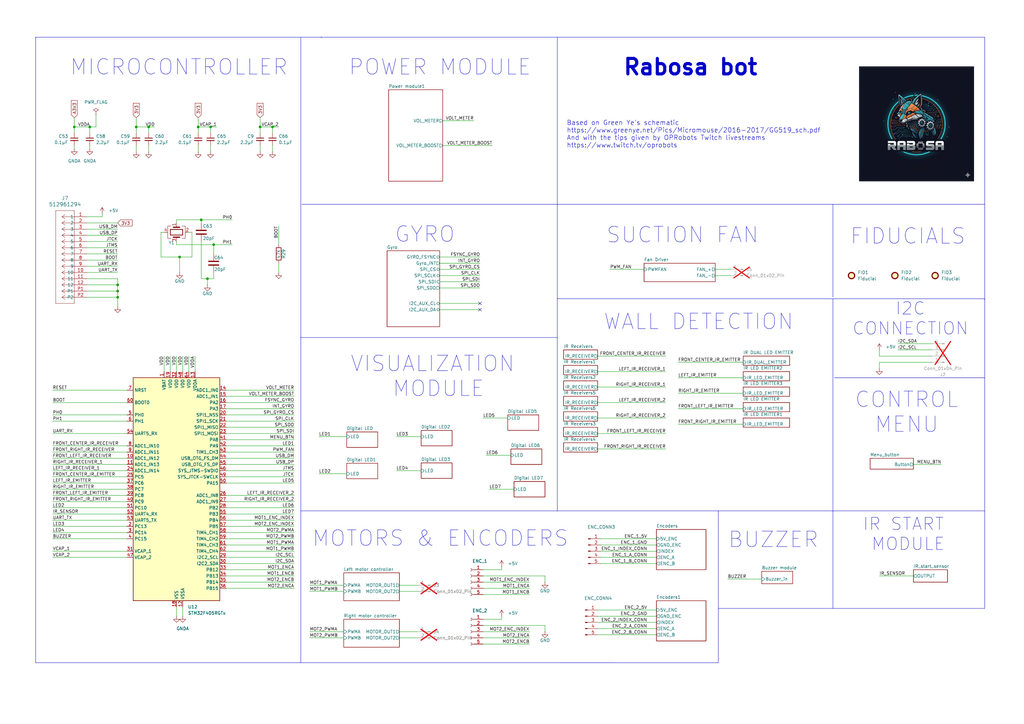
<source format=kicad_sch>
(kicad_sch (version 20250114) (generator "eeschema") (generator_version "9.0")
  (paper "A3")
  (title_block (title "Rabosa Micromouse") (date "2025-11-14") (rev "1.0") (company "XorvaLabs ") (comment 1 "Schematic design based on Green Ye's Green Giant 5.19V micromouse") (comment 2 "And in OPRobots streams"))
  (text "Rabosa bot" (at 283.21 27.686 0) (effects (font (size 6.35 6.35) (thickness 1.27) (bold yes))))
  (text "MICROCONTROLLER" (at 73.406 27.686 0) (effects (font (size 6.35 6.35))))
  (text "GYRO" (at 174.244 96.266 0) (effects (font (size 6.35 6.35))))
  (text "IR START \nMODULE" (at 372.491 219.202 0) (effects (font (size 5.08 5.08))))
  (text "CONTROL\nMENU" (at 371.856 169.164 0) (effects (font (size 6.35 6.35))))
  (text "FIDUCIALS" (at 372.364 97.028 0) (effects (font (size 6.35 6.35))))
  (text "MOTORS & ENCODERS" (at 180.594 220.98 0) (effects (font (size 6.35 6.35))))
  (text "WALL DETECTION" (at 286.512 132.08 0) (effects (font (size 6.35 6.35))))
  (text "BUZZER" (at 317.246 221.488 0) (effects (font (size 6.35 6.35))))
  (text "SUCTION FAN" (at 279.908 96.52 0) (effects (font (size 6.35 6.35))))
  (text "POWER MODULE" (at 180.467 27.686 0) (effects (font (size 6.35 6.35))))
  (text "Based on Green Ye's schematic \nhttps://www.greenye.net/Pics/Micromouse/2016-2017/GG519_sch.pdf\nAnd with the tips given by OPRobots Twitch livestreams\nhttps://www.twitch.tv/oprobots" (at 232.41 55.118 0) (effects (font (size 1.905 1.905)) (justify left)))
  (text "I2C\nCONNECTION" (at 373.38 130.81 0) (effects (font (size 5.08 5.08))))
  (text "VISUALIZATION \nMODULE" (at 179.832 154.432 0) (effects (font (size 6.35 6.35))))
  (junction (at 106.68 52.07))
  (junction (at 55.88 52.07))
  (junction (at 36.83 52.07))
  (junction (at 86.36 52.07))
  (junction (at 60.96 52.07))
  (junction (at 111.76 52.07))
  (junction (at 85.09 114.3))
  (junction (at 48.26 119.38))
  (junction (at 81.28 52.07))
  (junction (at 82.55 90.17))
  (junction (at 48.26 121.92))
  (junction (at 48.26 116.84))
  (junction (at 73.66 105.41))
  (junction (at 87.63 100.33))
  (junction (at 30.48 52.07))
  (no_connect (at 196.85 124.46))
  (no_connect (at 196.85 127))
  (wire (pts (xy 114.3 107.95) (xy 114.3 111.76)))
  (wire (pts (xy 55.88 52.07) (xy 60.96 52.07)))
  (polyline (pts (xy 123.4008 271.78) (xy 123.4008 15.403)))
  (wire (pts (xy 278.13 173.99) (xy 304.8 173.99)))
  (polyline (pts (xy 227.33 83.82) (xy 341.63 83.82)))
  (wire (pts (xy 92.71 226.06) (xy 120.65 226.06)))
  (wire (pts (xy 245.11 146.05) (xy 273.05 146.05)))
  (wire (pts (xy 205.74 232.41) (xy 205.74 233.68)))
  (wire (pts (xy 55.88 48.26) (xy 55.88 52.07)))
  (polyline (pts (xy 403.86 209.55) (xy 403.86 209.55)))
  (wire (pts (xy 21.59 185.42) (xy 52.07 185.42)))
  (wire (pts (xy 198.12 238.76) (xy 217.17 238.76)))
  (wire (pts (xy 86.36 52.07) (xy 88.9 52.07)))
  (wire (pts (xy 250.19 110.49) (xy 264.16 110.49)))
  (wire (pts (xy 35.56 109.22) (xy 48.26 109.22)))
  (wire (pts (xy 92.71 177.8) (xy 120.65 177.8)))
  (wire (pts (xy 21.59 160.02) (xy 52.07 160.02)))
  (wire (pts (xy 92.71 241.3) (xy 120.65 241.3)))
  (wire (pts (xy 200.66 200.66) (xy 210.82 200.66)))
  (wire (pts (xy 111.76 52.07) (xy 114.3 52.07)))
  (wire (pts (xy 85.09 114.3) (xy 87.63 114.3)))
  (wire (pts (xy 67.31 146.05) (xy 67.31 152.4)))
  (wire (pts (xy 60.96 52.07) (xy 63.5 52.07)))
  (wire (pts (xy 92.71 218.44) (xy 120.65 218.44)))
  (wire (pts (xy 92.71 213.36) (xy 120.65 213.36)))
  (wire (pts (xy 78.74 105.41) (xy 78.74 95.25)))
  (wire (pts (xy 246.38 223.52) (xy 269.24 223.52)))
  (polyline (pts (xy 14.605 15.24) (xy 14.605 15.403)))
  (polyline (pts (xy 403.86 85.09) (xy 403.86 123.19)))
  (wire (pts (xy 92.71 198.12) (xy 120.65 198.12)))
  (wire (pts (xy 162.56 193.04) (xy 172.72 193.04)))
  (wire (pts (xy 35.56 93.98) (xy 48.26 93.98)))
  (wire (pts (xy 72.39 100.33) (xy 87.63 100.33)))
  (wire (pts (xy 163.83 261.62) (xy 171.45 261.62)))
  (wire (pts (xy 92.71 205.74) (xy 120.65 205.74)))
  (wire (pts (xy 106.68 59.69) (xy 106.68 62.23)))
  (wire (pts (xy 87.63 114.3) (xy 87.63 111.76)))
  (wire (pts (xy 198.12 261.62) (xy 217.17 261.62)))
  (polyline (pts (xy 294.64 209.55) (xy 341.63 209.55)))
  (wire (pts (xy 278.13 161.29) (xy 304.8 161.29)))
  (wire (pts (xy 360.68 151.13) (xy 360.68 148.59)))
  (wire (pts (xy 92.71 231.14) (xy 120.65 231.14)))
  (wire (pts (xy 246.38 226.06) (xy 269.24 226.06)))
  (wire (pts (xy 181.61 59.69) (xy 201.93 59.69)))
  (polyline (pts (xy 403.86 249.555) (xy 294.64 249.555)))
  (wire (pts (xy 368.3 143.51) (xy 382.27 143.51)))
  (wire (pts (xy 278.13 148.59) (xy 304.8 148.59)))
  (polyline (pts (xy 14.605 15.875) (xy 14.605 271.8528)))
  (polyline (pts (xy 132.2892 15.24) (xy 132.2892 15.48)) (stroke (width 0) (type solid)))
  (wire (pts (xy 21.59 198.12) (xy 52.07 198.12)))
  (wire (pts (xy 92.71 228.6) (xy 120.65 228.6)))
  (wire (pts (xy 21.59 182.88) (xy 52.07 182.88)))
  (wire (pts (xy 35.56 104.14) (xy 48.26 104.14)))
  (wire (pts (xy 180.34 124.46) (xy 196.85 124.46)))
  (wire (pts (xy 21.59 190.5) (xy 52.07 190.5)))
  (polyline (pts (xy 341.63 121.92) (xy 341.63 83.82)))
  (wire (pts (xy 41.91 87.63) (xy 41.91 88.9)))
  (wire (pts (xy 163.83 259.08) (xy 171.45 259.08)))
  (polyline (pts (xy 403.86 15.24) (xy 403.86 85.09)))
  (wire (pts (xy 245.11 255.27) (xy 269.24 255.27)))
  (wire (pts (xy 86.36 52.07) (xy 86.36 54.61)))
  (wire (pts (xy 66.04 95.25) (xy 66.04 105.41)))
  (polyline (pts (xy 228.6 138.43) (xy 228.6 139.065)))
  (wire (pts (xy 81.28 52.07) (xy 81.28 54.61)))
  (wire (pts (xy 72.39 91.44) (xy 72.39 90.17)))
  (wire (pts (xy 86.36 59.69) (xy 86.36 62.23)))
  (wire (pts (xy 72.39 252.73) (xy 72.39 248.92)))
  (wire (pts (xy 92.71 193.04) (xy 120.65 193.04)))
  (wire (pts (xy 360.68 148.59) (xy 382.27 148.59)))
  (wire (pts (xy 21.59 172.72) (xy 52.07 172.72)))
  (wire (pts (xy 120.65 238.76) (xy 92.71 238.76)))
  (wire (pts (xy 245.11 184.15) (xy 273.05 184.15)))
  (wire (pts (xy 223.52 256.54) (xy 223.52 259.08)))
  (wire (pts (xy 78.74 95.25) (xy 77.47 95.25)))
  (wire (pts (xy 180.34 127) (xy 196.85 127)))
  (wire (pts (xy 92.71 185.42) (xy 120.65 185.42)))
  (wire (pts (xy 87.63 100.33) (xy 87.63 104.14)))
  (wire (pts (xy 55.88 59.69) (xy 55.88 62.23)))
  (wire (pts (xy 245.11 158.75) (xy 273.05 158.75)))
  (polyline (pts (xy 341.63 122.555) (xy 403.86 122.555)))
  (wire (pts (xy 35.56 121.92) (xy 48.26 121.92)))
  (wire (pts (xy 92.71 195.58) (xy 120.65 195.58)))
  (wire (pts (xy 72.39 146.05) (xy 72.39 152.4)))
  (wire (pts (xy 81.28 48.26) (xy 81.28 52.07)))
  (wire (pts (xy 245.11 260.35) (xy 269.24 260.35)))
  (wire (pts (xy 35.56 119.38) (xy 48.26 119.38)))
  (wire (pts (xy 180.34 115.57) (xy 196.85 115.57)))
  (wire (pts (xy 360.68 236.22) (xy 374.65 236.22)))
  (wire (pts (xy 92.71 190.5) (xy 120.65 190.5)))
  (wire (pts (xy 180.34 113.03) (xy 196.85 113.03)))
  (wire (pts (xy 106.68 48.26) (xy 106.68 52.07)))
  (wire (pts (xy 127 242.57) (xy 140.97 242.57)))
  (polyline (pts (xy 228.6 122.555) (xy 341.63 122.555)))
  (wire (pts (xy 298.45 237.49) (xy 312.42 237.49)))
  (wire (pts (xy 60.96 52.07) (xy 60.96 54.61)))
  (wire (pts (xy 21.59 203.2) (xy 52.07 203.2)))
  (wire (pts (xy 35.56 99.06) (xy 48.26 99.06)))
  (wire (pts (xy 80.01 152.4) (xy 80.01 146.05)))
  (wire (pts (xy 21.59 218.44) (xy 52.07 218.44)))
  (wire (pts (xy 21.59 208.28) (xy 52.07 208.28)))
  (wire (pts (xy 30.48 52.07) (xy 36.83 52.07)))
  (wire (pts (xy 198.12 233.68) (xy 205.74 233.68)))
  (wire (pts (xy 92.71 160.02) (xy 120.65 160.02)))
  (wire (pts (xy 245.11 177.8) (xy 273.05 177.8)))
  (wire (pts (xy 72.39 99.06) (xy 72.39 100.33)))
  (wire (pts (xy 87.63 100.33) (xy 95.25 100.33)))
  (wire (pts (xy 60.96 59.69) (xy 60.96 62.23)))
  (polyline (pts (xy 403.86 209.55) (xy 403.86 249.555)))
  (wire (pts (xy 69.85 146.05) (xy 69.85 152.4)))
  (wire (pts (xy 130.81 194.31) (xy 142.24 194.31)))
  (wire (pts (xy 35.56 91.44) (xy 48.26 91.44)))
  (wire (pts (xy 35.56 101.6) (xy 48.26 101.6)))
  (wire (pts (xy 48.26 119.38) (xy 48.26 121.92)))
  (wire (pts (xy 127 259.08) (xy 140.97 259.08)))
  (wire (pts (xy 293.37 110.49) (xy 299.72 110.49)))
  (wire (pts (xy 39.37 52.07) (xy 39.37 46.99)))
  (wire (pts (xy 180.34 118.11) (xy 196.85 118.11)))
  (wire (pts (xy 21.59 205.74) (xy 52.07 205.74)))
  (wire (pts (xy 21.59 200.66) (xy 52.07 200.66)))
  (wire (pts (xy 198.12 254) (xy 205.74 254)))
  (wire (pts (xy 246.38 231.14) (xy 269.24 231.14)))
  (polyline (pts (xy 123.825 83.82) (xy 227.33 83.82)))
  (polyline (pts (xy 294.64 271.794) (xy 294.64 209.55)))
  (wire (pts (xy 278.13 167.64) (xy 304.8 167.64)))
  (wire (pts (xy 82.55 99.06) (xy 82.55 114.3)))
  (wire (pts (xy 67.31 95.25) (xy 66.04 95.25)))
  (wire (pts (xy 92.71 170.18) (xy 120.65 170.18)))
  (wire (pts (xy 66.04 105.41) (xy 73.66 105.41)))
  (wire (pts (xy 163.83 240.03) (xy 171.45 240.03)))
  (wire (pts (xy 21.59 215.9) (xy 52.07 215.9)))
  (wire (pts (xy 21.59 213.36) (xy 52.07 213.36)))
  (wire (pts (xy 198.12 256.54) (xy 223.52 256.54)))
  (wire (pts (xy 21.59 195.58) (xy 52.07 195.58)))
  (wire (pts (xy 92.71 208.28) (xy 120.65 208.28)))
  (wire (pts (xy 55.88 52.07) (xy 55.88 54.61)))
  (polyline (pts (xy 14.605 15.24) (xy 14.605 15.875)))
  (wire (pts (xy 21.59 187.96) (xy 52.07 187.96)))
  (wire (pts (xy 205.74 252.73) (xy 205.74 254)))
  (wire (pts (xy 35.56 106.68) (xy 48.26 106.68)))
  (wire (pts (xy 127 240.03) (xy 140.97 240.03)))
  (wire (pts (xy 21.59 165.1) (xy 52.07 165.1)))
  (wire (pts (xy 21.59 193.04) (xy 52.07 193.04)))
  (polyline (pts (xy 228.6 15.24) (xy 403.86 15.24)))
  (polyline (pts (xy 132.715 15.24) (xy 228.6 15.24)))
  (wire (pts (xy 278.13 154.94) (xy 304.8 154.94)))
  (wire (pts (xy 198.12 259.08) (xy 217.17 259.08)))
  (wire (pts (xy 111.76 59.69) (xy 111.76 62.23)))
  (polyline (pts (xy 123.19 138.43) (xy 228.6 138.43)))
  (polyline (pts (xy 228.6 15.24) (xy 228.6 138.43)))
  (wire (pts (xy 81.28 59.69) (xy 81.28 62.23)))
  (wire (pts (xy 106.68 52.07) (xy 106.68 54.61)))
  (wire (pts (xy 30.48 52.07) (xy 30.48 54.61)))
  (wire (pts (xy 35.56 111.76) (xy 48.26 111.76)))
  (wire (pts (xy 30.48 59.69) (xy 30.48 60.96)))
  (wire (pts (xy 106.68 52.07) (xy 111.76 52.07)))
  (wire (pts (xy 180.34 110.49) (xy 196.85 110.49)))
  (wire (pts (xy 72.39 90.17) (xy 82.55 90.17)))
  (wire (pts (xy 245.11 257.81) (xy 269.24 257.81)))
  (wire (pts (xy 92.71 236.22) (xy 120.65 236.22)))
  (wire (pts (xy 21.59 228.6) (xy 52.07 228.6)))
  (wire (pts (xy 77.47 146.05) (xy 77.47 152.4)))
  (polyline (pts (xy 341.63 209.55) (xy 341.63 249.555)))
  (polyline (pts (xy 342.265 154.94) (xy 403.86 154.94)))
  (wire (pts (xy 198.12 241.3) (xy 217.17 241.3)))
  (wire (pts (xy 246.38 228.6) (xy 269.24 228.6)))
  (wire (pts (xy 48.26 121.92) (xy 48.26 125.73)))
  (wire (pts (xy 48.26 114.3) (xy 48.26 116.84)))
  (wire (pts (xy 92.71 187.96) (xy 120.65 187.96)))
  (polyline (pts (xy 14.605 15.24) (xy 132.08 15.24)))
  (polyline (pts (xy 341.63 83.82) (xy 403.86 83.82)))
  (wire (pts (xy 36.83 59.69) (xy 36.83 60.96)))
  (wire (pts (xy 180.34 107.95) (xy 196.85 107.95)))
  (wire (pts (xy 30.48 48.26) (xy 30.48 52.07)))
  (wire (pts (xy 92.71 175.26) (xy 120.65 175.26)))
  (wire (pts (xy 92.71 220.98) (xy 120.65 220.98)))
  (polyline (pts (xy 294.64 209.55) (xy 228.6 209.55)))
  (wire (pts (xy 36.83 52.07) (xy 39.37 52.07)))
  (wire (pts (xy 92.71 180.34) (xy 120.65 180.34)))
  (wire (pts (xy 217.17 264.16) (xy 198.12 264.16)))
  (wire (pts (xy 74.93 146.05) (xy 74.93 152.4)))
  (wire (pts (xy 81.28 52.07) (xy 86.36 52.07)))
  (wire (pts (xy 21.59 210.82) (xy 52.07 210.82)))
  (polyline (pts (xy 123.19 271.78) (xy 294.64 271.794)))
  (wire (pts (xy 85.09 114.3) (xy 85.09 116.84)))
  (wire (pts (xy 92.71 203.2) (xy 120.65 203.2)))
  (wire (pts (xy 246.38 220.98) (xy 269.24 220.98)))
  (wire (pts (xy 223.52 236.22) (xy 223.52 238.76)))
  (wire (pts (xy 368.3 140.97) (xy 382.27 140.97)))
  (wire (pts (xy 245.11 250.19) (xy 269.24 250.19)))
  (polyline (pts (xy 341.63 209.55) (xy 403.86 209.55)))
  (wire (pts (xy 245.11 165.1) (xy 273.05 165.1)))
  (wire (pts (xy 127 261.62) (xy 140.97 261.62)))
  (wire (pts (xy 374.65 190.5) (xy 386.08 190.5)))
  (wire (pts (xy 73.66 105.41) (xy 73.66 111.76)))
  (wire (pts (xy 35.56 116.84) (xy 48.26 116.84)))
  (wire (pts (xy 198.12 171.45) (xy 208.28 171.45)))
  (wire (pts (xy 181.61 49.53) (xy 194.31 49.53)))
  (wire (pts (xy 111.76 52.07) (xy 111.76 54.61)))
  (polyline (pts (xy 228.6 209.55) (xy 123.4113 209.5501)) (stroke (width 0) (type solid)))
  (wire (pts (xy 82.55 90.17) (xy 82.55 91.44)))
  (wire (pts (xy 245.11 152.4) (xy 273.05 152.4)))
  (wire (pts (xy 73.66 105.41) (xy 78.74 105.41)))
  (wire (pts (xy 92.71 167.64) (xy 120.65 167.64)))
  (wire (pts (xy 48.26 116.84) (xy 48.26 119.38)))
  (wire (pts (xy 114.3 92.71) (xy 114.3 100.33)))
  (wire (pts (xy 92.71 162.56) (xy 120.65 162.56)))
  (wire (pts (xy 21.59 170.18) (xy 52.07 170.18)))
  (wire (pts (xy 92.71 223.52) (xy 120.65 223.52)))
  (wire (pts (xy 92.71 210.82) (xy 120.65 210.82)))
  (wire (pts (xy 92.71 233.68) (xy 120.65 233.68)))
  (wire (pts (xy 92.71 215.9) (xy 120.65 215.9)))
  (wire (pts (xy 74.93 248.92) (xy 74.93 252.73)))
  (polyline (pts (xy 228.6 139.065) (xy 228.6 209.55)))
  (wire (pts (xy 198.12 236.22) (xy 223.52 236.22)))
  (wire (pts (xy 245.11 252.73) (xy 269.24 252.73)))
  (wire (pts (xy 92.71 165.1) (xy 120.65 165.1)))
  (wire (pts (xy 92.71 172.72) (xy 120.65 172.72)))
  (wire (pts (xy 41.91 88.9) (xy 35.56 88.9)))
  (polyline (pts (xy 403.86 122.555) (xy 403.86 209.55)))
  (wire (pts (xy 162.56 179.07) (xy 172.72 179.07)))
  (wire (pts (xy 36.83 52.07) (xy 36.83 54.61)))
  (wire (pts (xy 199.39 186.69) (xy 209.55 186.69)))
  (wire (pts (xy 82.55 114.3) (xy 85.09 114.3)))
  (polyline (pts (xy 14.605 271.78) (xy 123.4008 271.78)))
  (wire (pts (xy 130.81 179.07) (xy 142.24 179.07)))
  (wire (pts (xy 92.71 182.88) (xy 120.65 182.88)))
  (wire (pts (xy 21.59 177.8) (xy 52.07 177.8)))
  (wire (pts (xy 245.11 171.45) (xy 273.05 171.45)))
  (wire (pts (xy 21.59 220.98) (xy 52.07 220.98)))
  (wire (pts (xy 360.68 143.51) (xy 360.68 146.05)))
  (wire (pts (xy 180.34 105.41) (xy 196.85 105.41)))
  (wire (pts (xy 82.55 90.17) (xy 95.25 90.17)))
  (wire (pts (xy 360.68 146.05) (xy 382.27 146.05)))
  (wire (pts (xy 163.83 242.57) (xy 171.45 242.57)))
  (polyline (pts (xy 132.08 15.24) (xy 132.2892 15.24)) (stroke (width 0) (type solid)))
  (wire (pts (xy 293.37 113.03) (xy 299.72 113.03)))
  (wire (pts (xy 35.56 114.3) (xy 48.26 114.3)))
  (wire (pts (xy 217.17 243.84) (xy 198.12 243.84)))
  (polyline (pts (xy 341.63 209.55) (xy 341.63 122.555)))
  (polyline (pts (xy 132.08 15.24) (xy 131.445 15.24)) (stroke (width 0) (type solid)))
  (wire (pts (xy 35.56 96.52) (xy 48.26 96.52)))
  (wire (pts (xy 21.59 226.06) (xy 52.07 226.06)))
  (image (at 375.92 50.8) (scale 0.543769))
  (label "FRONT_LEFT_IR_EMITTER" (at 21.59 203.2 0))
  (label "MOT1_ENCB" (at 217.17 243.84 180))
  (label "MOT2_ENC_INDEX" (at 120.65 215.9 180))
  (label "SPI_SDI" (at 196.85 115.57 180))
  (label "MOT2_ENCB" (at 217.17 264.16 180))
  (label "VOLT_METER" (at 194.31 49.53 180))
  (label "USB_DM" (at 120.65 187.96 180))
  (label "ENC_1_B_CONN" (at 265.43 231.14 180))
  (label "VDDA" (at 36.83 52.07 180))
  (label "JTMS" (at 120.65 193.04 180))
  (label "RIGHT_IR_EMITTER" (at 278.13 161.29 0))
  (label "ENC_2_A_CONN" (at 265.43 257.81 180))
  (label "I2C_SDA" (at 368.3 140.97 0))
  (label "RIGHT_IR_RECEIVER_1" (at 21.59 190.5 0))
  (label "MOT1_PWMA" (at 120.65 223.52 180))
  (label "MOT2_ENC_INDEX" (at 217.17 259.08 180))
  (label "INT_GYRO" (at 196.85 107.95 180))
  (label "JTMS" (at 48.26 101.6 180))
  (label "I2C_SCL" (at 120.65 228.6 180))
  (label "INT_GYRO" (at 120.65 167.64 180))
  (label "LEFT_IR_EMITTER" (at 21.59 198.12 0))
  (label "PH1" (at 95.25 100.33 180))
  (label "LED7" (at 120.65 210.82 180))
  (label "FRONT_CENTER_IR_EMITTER" (at 21.59 195.58 0))
  (label "UART_TX" (at 48.26 111.76 180))
  (label "MENU_BTN" (at 120.65 180.34 180))
  (label "PH0" (at 21.59 170.18 0))
  (label "VCAP_1" (at 21.59 226.06 0))
  (label "MOT2_ENCA" (at 120.65 241.3 180))
  (label "LED5" (at 198.12 171.45 0))
  (label "LEFT_IR_RECEIVER_1" (at 273.05 152.4 180))
  (label "LEFT_IR_EMITTER" (at 278.13 154.94 0))
  (label "SPI_SDI" (at 120.65 177.8 180))
  (label "LED6" (at 120.65 208.28 180))
  (label "SPI_GYRO_CS" (at 120.65 170.18 180))
  (label "FRONT_RIGHT_IR_EMITTER" (at 21.59 205.74 0))
  (label "VDD" (at 69.85 146.05 270))
  (label "ENC_2_5V" (at 265.43 250.19 180))
  (label "BOOT" (at 21.59 165.1 0))
  (label "ENC_1_5V" (at 265.43 220.98 180))
  (label "LED3" (at 21.59 215.9 0))
  (label "VDD" (at 72.39 146.05 270))
  (label "MOT2_ENCA" (at 217.17 261.62 180))
  (label "FRONT_RIGHT_IR_EMITTER" (at 278.13 173.99 0))
  (label "FRONT_RIGHT_IR_RECEIVER" (at 273.05 184.15 180))
  (label "LED6" (at 199.39 186.69 0))
  (label "MOT2_ENCB" (at 120.65 238.76 180))
  (label "VOLT_METER_BOOST" (at 120.65 162.56 180))
  (label "FRONT_LEFT_IR_RECEIVER" (at 21.59 187.96 0))
  (label "SPI_CLK" (at 196.85 113.03 180))
  (label "JTCK" (at 48.26 99.06 180))
  (label "I2C_SCL" (at 368.3 143.51 0))
  (label "FRONT_LEFT_IR_EMITTER" (at 278.13 167.64 0))
  (label "RIGHT_IR_RECEIVER_2" (at 273.05 171.45 180))
  (label "PWM_FAN" (at 250.19 110.49 0))
  (label "BUZZER" (at 298.45 237.49 0))
  (label "FRONT_CENTER_IR_RECEIVER" (at 273.05 146.05 180))
  (label "LEFT_IR_RECEIVER_2" (at 273.05 165.1 180))
  (label "VDD" (at 74.93 146.05 270))
  (label "ENC_2_GND" (at 265.43 252.73 180))
  (label "SPI_CLK" (at 120.65 172.72 180))
  (label "USB_DP" (at 48.26 96.52 180))
  (label "LED4" (at 162.56 193.04 0))
  (label "VCAP_1" (at 88.9 52.07 180))
  (label "LED1" (at 120.65 182.88 180))
  (label "LED4" (at 21.59 218.44 0))
  (label "LED3" (at 162.56 179.07 0))
  (label "VOLT_METER_BOOST" (at 201.93 59.69 180))
  (label "MOT2_PWMA" (at 127 259.08 0))
  (label "ENC_2_B_CONN" (at 265.43 260.35 180))
  (label "MOT2_PWMA" (at 120.65 218.44 180))
  (label "VDD" (at 63.5 52.07 180))
  (label "PH1" (at 21.59 172.72 0))
  (label "MOT1_ENCA" (at 120.65 233.68 180))
  (label "USB_DP" (at 120.65 190.5 180))
  (label "BOOT" (at 48.26 106.68 180))
  (label "FSYNC_GYRO" (at 120.65 165.1 180))
  (label "MOT1_PWMB" (at 120.65 226.06 180))
  (label "LEFT_IR_RECEIVER_1" (at 21.59 193.04 0))
  (label "MOT1_PWMA" (at 127 240.03 0))
  (label "SPI_SDO" (at 196.85 118.11 180))
  (label "MOT1_ENC_INDEX" (at 120.65 213.36 180))
  (label "SPI_SDO" (at 120.65 175.26 180))
  (label "FSYNC_GYRO" (at 196.85 105.41 180))
  (label "MOT1_PWMB" (at 127 242.57 0))
  (label "IR_SENSOR" (at 360.68 236.22 0))
  (label "FRONT_CENTER_IR_EMITTER" (at 278.13 148.59 0))
  (label "ENC_1_A_CONN" (at 265.43 228.6 180))
  (label "MOT1_ENCA" (at 217.17 241.3 180))
  (label "UART_RX" (at 48.26 109.22 180))
  (label "LED7" (at 200.66 200.66 0))
  (label "LED2" (at 130.81 194.31 0))
  (label "LEFT_IR_RECEIVER_2" (at 120.65 203.2 180))
  (label "SPI_GYRO_CS" (at 196.85 110.49 180))
  (label "MOT2_PWMB" (at 127 261.62 0))
  (label "LED1" (at 130.81 179.07 0))
  (label "MOT1_ENCB" (at 120.65 236.22 180))
  (label "MOT1_ENC_INDEX" (at 217.17 238.76 180))
  (label "PH0" (at 95.25 90.17 180))
  (label "IR_SENSOR" (at 21.59 210.82 0))
  (label "ENC_1_GND" (at 265.43 223.52 180))
  (label "VDD" (at 67.31 146.05 270))
  (label "FRONT_RIGHT_IR_RECEIVER" (at 21.59 185.42 0))
  (label "VOLT_METER" (at 120.65 160.02 180))
  (label "FRONT_CENTER_IR_RECEIVER" (at 21.59 182.88 0))
  (label "I2C_SDA" (at 120.65 231.14 180))
  (label "USB_DM" (at 48.26 93.98 180))
  (label "UART_RX" (at 21.59 177.8 0))
  (label "MOT2_PWMB" (at 120.65 220.98 180))
  (label "RIGHT_IR_RECEIVER_2" (at 120.65 205.74 180))
  (label "PWM_FAN" (at 120.65 185.42 180))
  (label "MENU_BTN" (at 386.08 190.5 180))
  (label "VCAP_2" (at 21.59 228.6 0))
  (label "FRONT_LEFT_IR_RECEIVER" (at 273.05 177.8 180))
  (label "RESET" (at 21.59 160.02 0))
  (label "BOOT" (at 114.3 92.71 270))
  (label "ENC_2_INDEX_CONN" (at 265.43 255.27 180))
  (label "LED5" (at 120.65 198.12 180))
  (label "BUZZER" (at 21.59 220.98 0))
  (label "VDD" (at 77.47 146.05 270))
  (label "RIGHT_IR_RECEIVER_1" (at 273.05 158.75 180))
  (label "UART_TX" (at 21.59 213.36 0))
  (label "JTCK" (at 120.65 195.58 180))
  (label "VDDA" (at 80.01 146.05 270))
  (label "ENC_1_INDEX_CONN" (at 265.43 226.06 180))
  (label "RESET" (at 48.26 104.14 180))
  (label "VCAP_2" (at 114.3 52.07 180))
  (label "RIGHT_IR_EMITTER" (at 21.59 200.66 0))
  (label "LED2" (at 21.59 208.28 0))
  (global_label "3V3" (shape input) (at 81.28 48.26 90) (property "Intersheetrefs" "${INTERSHEET_REFS}" (effects (hide yes))))
  (global_label "3V3" (shape input) (at 55.88 48.26 90) (property "Intersheetrefs" "${INTERSHEET_REFS}" (effects (hide yes))))
  (global_label "A3V3" (shape input) (at 30.48 48.26 90) (property "Intersheetrefs" "${INTERSHEET_REFS}" (effects (hide yes))))
  (global_label "3V3" (shape input) (at 106.68 48.26 90) (property "Intersheetrefs" "${INTERSHEET_REFS}" (effects (hide yes))))
  (global_label "3V3" (shape input) (at 48.26 91.44 0) (property "Intersheetrefs" "${INTERSHEET_REFS}" (effects (hide yes))))
  (symbol (lib_id "power:+5V") (at 360.68 143.51 0) (mirror y) (unit 1)
    (property "Reference" "#PWR020" (effects (hide yes)))
    (property "Value" "+5V" (at 363.22 142.2399 0) (effects (justify right)))
    (property "Description" "Power symbol creates a global label with name \"+5V\"" (effects (hide yes)))
  )
  (symbol (lib_id "power:GNDA") (at 30.48 60.96 0) (unit 1)
    (property "Reference" "#PWR01" (effects (hide yes)))
    (property "Value" "GNDA" (at 30.48 66.04 0))
    (property "Description" "Power symbol creates a global label with name \"GNDA\" , analog ground" (effects (hide yes)))
  )
  (symbol (lib_id "Connector:Conn_01x02_Pin") (at 176.53 259.08 0) (mirror y) (unit 1) (dnp yes)
    (property "Reference" "J4" (at 177.8 259.0799 0) (effects (justify right)))
    (property "Value" "Conn_01x02_Pin" (at 177.8 261.6199 0) (effects (justify right)))
    (property "Footprint" "Connector_PinHeader_1.27mm:PinHeader_1x02_P1.27mm_Vertical" (effects (hide yes)))
    (property "Description" "Generic connector, single row, 01x02, script generated" (effects (hide yes)))
    (property "JLCPCB Part #" "C131337" (effects (hide yes)))
  )
  (symbol (lib_id "power:GND") (at 55.88 62.23 0) (unit 1)
    (property "Reference" "#PWR05" (effects (hide yes)))
    (property "Value" "GND" (effects (hide yes)))
    (property "Description" "Power symbol creates a global label with name \"GND\" , ground" (effects (hide yes)))
  )
  (symbol (lib_id "power:GND") (at 111.76 62.23 0) (unit 1)
    (property "Reference" "#PWR014" (effects (hide yes)))
    (property "Value" "GND" (effects (hide yes)))
    (property "Description" "Power symbol creates a global label with name \"GND\" , ground" (effects (hide yes)))
  )
  (symbol (lib_id "Device:C_Small") (at 81.28 57.15 0) (mirror y) (unit 1)
    (property "Reference" "C61" (at 78.74 55.8862 0) (effects (justify left)))
    (property "Value" "0.1µF" (at 78.74 58.4262 0) (effects (justify left)))
    (property "Footprint" "Capacitor_SMD:C_0402_1005Metric" (effects (hide yes)))
    (property "Description" "Unpolarized capacitor, small symbol" (effects (hide yes)))
    (property "JLCPCB Part #" "C1525" (effects (hide yes)))
  )
  (symbol (lib_id "power:GND") (at 360.68 151.13 0) (mirror y) (unit 1)
    (property "Reference" "#PWR021" (effects (hide yes)))
    (property "Value" "GND" (effects (hide yes)))
    (property "Description" "Power symbol creates a global label with name \"GND\" , ground" (effects (hide yes)))
  )
  (symbol (lib_id "Device:C_Small") (at 86.36 57.15 0) (unit 1)
    (property "Reference" "C65" (at 88.9 55.8862 0) (effects (justify left)))
    (property "Value" "2.2µF" (at 88.9 58.4262 0) (effects (justify left)))
    (property "Footprint" "Capacitor_SMD:C_0402_1005Metric" (effects (hide yes)))
    (property "Description" "Unpolarized capacitor, small symbol" (effects (hide yes)))
    (property "JLCPCB Part #" "C12530" (effects (hide yes)))
  )
  (symbol (lib_id "Mechanical:Fiducial") (at 383.54 113.03 0) (unit 1) (in_bom no)
    (property "Reference" "FID3" (at 386.08 111.7599 0) (effects (justify left)))
    (property "Value" "Fiducial" (at 386.08 114.2999 0) (effects (justify left)))
    (property "Footprint" "Fiducial:Fiducial_0.75mm_Mask1.5mm" (effects (hide yes)))
    (property "Description" "Fiducial Marker" (effects (hide yes)))
    (property "JLCPCB Part #" "NONE" (effects (hide yes)))
  )
  (symbol (lib_id "Connector:Conn_01x05_Pin") (at 241.3 226.06 0) (unit 1)
    (property "Reference" "ENC_CONN3" (at 246.634 216.154 0))
    (property "Value" "Conn_01x05_Pin" (effects (hide yes)))
    (property "Footprint" "pcb_connector:encoder_conn" (effects (hide yes)))
    (property "Description" "Generic connector, single row, 01x05, script generated" (effects (hide yes)))
    (property "JLCPCB Part #" "NONE" (effects (hide yes)))
  )
  (symbol (lib_id "power:GND") (at 60.96 62.23 0) (unit 1)
    (property "Reference" "#PWR06" (effects (hide yes)))
    (property "Value" "GND" (effects (hide yes)))
    (property "Description" "Power symbol creates a global label with name \"GND\" , ground" (effects (hide yes)))
  )
  (symbol (lib_id "Connector:Conn_01x02_Pin") (at 176.53 240.03 0) (mirror y) (unit 1) (dnp yes)
    (property "Reference" "J3" (at 177.8 240.0299 0) (effects (justify right)))
    (property "Value" "Conn_01x02_Pin" (at 177.8 242.5699 0) (effects (justify right)))
    (property "Footprint" "Connector_PinHeader_1.27mm:PinHeader_1x02_P1.27mm_Vertical" (effects (hide yes)))
    (property "Description" "Generic connector, single row, 01x02, script generated" (effects (hide yes)))
    (property "JLCPCB Part #" "C131337" (effects (hide yes)))
  )
  (symbol (lib_id "Device:C_Small") (at 111.76 57.15 0) (unit 1)
    (property "Reference" "C66" (at 114.3 55.8862 0) (effects (justify left)))
    (property "Value" "0.1µF" (at 114.3 58.4262 0) (effects (justify left)))
    (property "Footprint" "Capacitor_SMD:C_0402_1005Metric" (effects (hide yes)))
    (property "Description" "Unpolarized capacitor, small symbol" (effects (hide yes)))
    (property "JLCPCB Part #" "C1525" (effects (hide yes)))
  )
  (symbol (lib_id "Device:C_Small") (at 36.83 57.15 0) (unit 1)
    (property "Reference" "C58" (at 39.37 55.8862 0) (effects (justify left)))
    (property "Value" "2.2µF" (at 39.37 58.4262 0) (effects (justify left)))
    (property "Footprint" "Capacitor_SMD:C_0402_1005Metric" (effects (hide yes)))
    (property "Description" "Unpolarized capacitor, small symbol" (effects (hide yes)))
    (property "JLCPCB Part #" "C12530" (effects (hide yes)))
  )
  (symbol (lib_id "power:GND") (at 223.52 238.76 0) (unit 1)
    (property "Reference" "#PWR018" (effects (hide yes)))
    (property "Value" "GND" (at 223.52 242.316 0))
    (property "Description" "Power symbol creates a global label with name \"GND\" , ground" (effects (hide yes)))
  )
  (symbol (lib_id "MCU_ST_STM32F4:STM32F405RGTx") (at 72.39 200.66 0) (unit 1)
    (property "Reference" "U12" (at 77.0733 248.92 0) (effects (justify left)))
    (property "Value" "STM32F405RGTx" (at 77.0733 251.46 0) (effects (justify left)))
    (property "Footprint" "Package_QFP:LQFP-64_10x10mm_P0.5mm" (effects (hide yes)))
    (property "Datasheet" "https://www.st.com/resource/en/datasheet/stm32f405rg.pdf" (effects (hide yes)))
    (property "Description" "STMicroelectronics Arm Cortex-M4 MCU, 1024KB flash, 192KB RAM, 168 MHz, 1.8-3.6V, 51 GPIO, LQFP64" (effects (hide yes)))
    (property "JLCPCB Part #" "C94355" (effects (hide yes)))
    (pin "15" (alternate "ADC1_IN1"))
    (pin "29" (alternate "I2C2_SCL"))
    (pin "49" (alternate "SYS_JTCK-SWCLK"))
    (pin "27" (alternate "ADC1_IN9"))
    (pin "11" (alternate "ADC1_IN13"))
    (pin "20" (alternate "SPI1_NSS"))
    (pin "26" (alternate "ADC1_IN8"))
    (pin "30" (alternate "I2C2_SDA"))
    (pin "58" (alternate "TIM4_CH1"))
    (pin "45" (alternate "USB_OTG_FS_DP"))
    (pin "62" (alternate "TIM4_CH4"))
    (pin "61" (alternate "TIM4_CH3"))
    (pin "52" (alternate "UART4_RX"))
    (pin "53" (alternate "UART5_TX"))
    (pin "59" (alternate "TIM4_CH2"))
    (pin "43" (alternate "TIM1_CH3"))
    (pin "44" (alternate "USB_OTG_FS_DM"))
    (pin "9" (alternate "ADC1_IN11"))
    (pin "54" (alternate "UART5_RX"))
    (pin "23" (alternate "SPI1_MOSI"))
    (pin "10" (alternate "ADC1_IN12"))
    (pin "46" (alternate "SYS_JTMS-SWDIO"))
    (pin "22" (alternate "SPI1_MISO"))
    (pin "21" (alternate "SPI1_SCK"))
    (pin "24" (alternate "ADC1_IN14"))
    (pin "14" (alternate "ADC1_IN0"))
    (pin "8" (alternate "ADC1_IN10"))
  )
  (symbol (lib_id "Device:C_Small") (at 30.48 57.15 0) (mirror y) (unit 1)
    (property "Reference" "C53" (at 27.94 55.8862 0) (effects (justify left)))
    (property "Value" "0.1µF" (at 27.94 58.4262 0) (effects (justify left)))
    (property "Footprint" "Capacitor_SMD:C_0402_1005Metric" (effects (hide yes)))
    (property "Description" "Unpolarized capacitor, small symbol" (effects (hide yes)))
    (property "JLCPCB Part #" "C1525" (effects (hide yes)))
  )
  (symbol (lib_id "power:GNDA") (at 74.93 252.73 0) (unit 1)
    (property "Reference" "#PWR09" (effects (hide yes)))
    (property "Value" "GNDA" (at 74.93 257.81 0))
    (property "Description" "Power symbol creates a global label with name \"GNDA\" , analog ground" (effects (hide yes)))
  )
  (symbol (lib_id "Device:C_Small") (at 55.88 57.15 0) (mirror y) (unit 1)
    (property "Reference" "C59" (at 53.34 55.8862 0) (effects (justify left)))
    (property "Value" "0.1µF" (at 53.34 58.4262 0) (effects (justify left)))
    (property "Footprint" "Capacitor_SMD:C_0402_1005Metric" (effects (hide yes)))
    (property "Description" "Unpolarized capacitor, small symbol" (effects (hide yes)))
    (property "JLCPCB Part #" "C1525" (effects (hide yes)))
  )
  (symbol (lib_id "Device:Crystal_GND24") (at 72.39 95.25 270) (unit 1)
    (property "Reference" "Y1" (at 70.358 99.568 90))
    (property "Value" "Crystal_GND24" (effects (hide yes)))
    (property "Footprint" "Crystal:Crystal_SMD_5032-4Pin_5.0x3.2mm" (effects (hide yes)))
    (property "Description" "Four pin crystal, GND on pins 2 and 4" (effects (hide yes)))
    (property "JLCPCB Part #" "C596873" (effects (hide yes)))
  )
  (symbol (lib_id "power:+5V") (at 41.91 87.63 0) (mirror y) (unit 1)
    (property "Reference" "#PWR03" (effects (hide yes)))
    (property "Value" "+5V" (at 44.45 86.3599 0) (effects (justify right)))
    (property "Description" "Power symbol creates a global label with name \"+5V\"" (effects (hide yes)))
  )
  (symbol (lib_id "Device:C_Small") (at 106.68 57.15 0) (mirror y) (unit 1)
    (property "Reference" "C9" (at 104.14 55.8862 0) (effects (justify left)))
    (property "Value" "2.2µF" (at 104.14 58.4262 0) (effects (justify left)))
    (property "Footprint" "Capacitor_SMD:C_0402_1005Metric" (effects (hide yes)))
    (property "Description" "Unpolarized capacitor, small symbol" (effects (hide yes)))
    (property "JLCPCB Part #" "C12530" (effects (hide yes)))
  )
  (symbol (lib_id "Connector:Conn_01x05_Socket") (at 193.04 238.76 0) (mirror y) (unit 1)
    (property "Reference" "ENC_1" (at 199.898 230.124 0) (effects (justify left)))
    (property "Value" "Conn_01x05_Socket" (effects (hide yes)))
    (property "Footprint" "pcb_connector:Encoder_pcb" (effects (hide yes)))
    (property "Description" "Generic connector, single row, 01x05, script generated" (effects (hide yes)))
    (property "JLCPCB Part #" "NONE" (effects (hide yes)))
  )
  (symbol (lib_id "power:GND") (at 114.3 111.76 0) (unit 1)
    (property "Reference" "#PWR015" (effects (hide yes)))
    (property "Value" "GND" (effects (hide yes)))
    (property "Description" "Power symbol creates a global label with name \"GND\" , ground" (effects (hide yes)))
  )
  (symbol (lib_id "power:GND") (at 86.36 62.23 0) (unit 1)
    (property "Reference" "#PWR012" (effects (hide yes)))
    (property "Value" "GND" (effects (hide yes)))
    (property "Description" "Power symbol creates a global label with name \"GND\" , ground" (effects (hide yes)))
  )
  (symbol (lib_id "power:GND") (at 223.52 259.08 0) (unit 1)
    (property "Reference" "#PWR019" (effects (hide yes)))
    (property "Value" "GND" (at 223.52 262.636 0))
    (property "Description" "Power symbol creates a global label with name \"GND\" , ground" (effects (hide yes)))
  )
  (symbol (lib_id "power:PWR_FLAG") (at 39.37 46.99 0) (unit 1)
    (property "Reference" "#FLG08" (effects (hide yes)))
    (property "Value" "PWR_FLAG" (at 39.37 41.91 0))
    (property "Description" "Special symbol for telling ERC where power comes from" (effects (hide yes)))
  )
  (symbol (lib_id "Device:C_Small") (at 60.96 57.15 0) (unit 1)
    (property "Reference" "C60" (at 63.5 55.8862 0) (effects (justify left)))
    (property "Value" "2.2µF" (at 63.5 58.4262 0) (effects (justify left)))
    (property "Footprint" "Capacitor_SMD:C_0402_1005Metric" (effects (hide yes)))
    (property "Description" "Unpolarized capacitor, small symbol" (effects (hide yes)))
    (property "JLCPCB Part #" "C12530" (effects (hide yes)))
  )
  (symbol (lib_id "power:GNDA") (at 36.83 60.96 0) (unit 1)
    (property "Reference" "#PWR02" (effects (hide yes)))
    (property "Value" "GNDA" (at 36.83 66.04 0))
    (property "Description" "Power symbol creates a global label with name \"GNDA\" , analog ground" (effects (hide yes)))
  )
  (symbol (lib_id "Mechanical:Fiducial") (at 349.25 113.03 0) (unit 1) (in_bom no)
    (property "Reference" "FID1" (at 351.79 111.7599 0) (effects (justify left)))
    (property "Value" "Fiducial" (at 351.79 114.2999 0) (effects (justify left)))
    (property "Footprint" "Fiducial:Fiducial_0.75mm_Mask1.5mm" (effects (hide yes)))
    (property "Description" "Fiducial Marker" (effects (hide yes)))
    (property "JLCPCB Part #" "NONE" (effects (hide yes)))
  )
  (symbol (lib_id "power:+5V") (at 205.74 232.41 0) (mirror y) (unit 1)
    (property "Reference" "#PWR016" (effects (hide yes)))
    (property "Value" "+5V" (at 208.28 231.1399 0) (effects (justify right)))
    (property "Description" "Power symbol creates a global label with name \"+5V\"" (effects (hide yes)))
  )
  (symbol (lib_id "power:GND") (at 73.66 111.76 0) (unit 1)
    (property "Reference" "#PWR08" (effects (hide yes)))
    (property "Value" "GND" (at 73.66 115.316 0))
    (property "Description" "Power symbol creates a global label with name \"GND\" , ground" (effects (hide yes)))
  )
  (symbol (lib_id "power:GND") (at 106.68 62.23 0) (unit 1)
    (property "Reference" "#PWR013" (effects (hide yes)))
    (property "Value" "GND" (effects (hide yes)))
    (property "Description" "Power symbol creates a global label with name \"GND\" , ground" (effects (hide yes)))
  )
  (symbol (lib_id "Connector:Conn_01x04_Pin") (at 387.35 146.05 180) (unit 1) (dnp yes)
    (property "Reference" "J2" (at 386.715 153.67 0))
    (property "Value" "Conn_01x04_Pin" (at 386.715 151.13 0))
    (property "Footprint" "Connector_PinHeader_2.54mm:PinHeader_1x04_P2.54mm_Vertical" (effects (hide yes)))
    (property "Description" "Generic connector, single row, 01x04, script generated" (effects (hide yes)))
    (property "JLCPCB Part #" "C225256" (effects (hide yes)))
  )
  (symbol (lib_id "Connector:Conn_01x02_Pin") (at 304.8 110.49 0) (mirror y) (unit 1) (dnp yes)
    (property "Reference" "J5" (at 306.07 110.4899 0) (effects (justify right)))
    (property "Value" "Conn_01x02_Pin" (at 306.07 113.0299 0) (effects (justify right)))
    (property "Footprint" "Connector_PinHeader_1.27mm:PinHeader_1x02_P1.27mm_Vertical" (effects (hide yes)))
    (property "Description" "Generic connector, single row, 01x02, script generated" (effects (hide yes)))
    (property "JLCPCB Part #" "C131337" (effects (hide yes)))
  )
  (symbol (lib_id "power:+5V") (at 205.74 252.73 0) (mirror y) (unit 1)
    (property "Reference" "#PWR017" (effects (hide yes)))
    (property "Value" "+5V" (at 208.28 251.4599 0) (effects (justify right)))
    (property "Description" "Power symbol creates a global label with name \"+5V\"" (effects (hide yes)))
  )
  (symbol (lib_id "Device:R") (at 114.3 104.14 0) (unit 1)
    (property "Reference" "R29" (at 116.332 104.14 90))
    (property "Value" "47K" (at 114.3 104.14 90))
    (property "Footprint" "Resistor_SMD:R_0402_1005Metric" (effects (hide yes)))
    (property "Description" "Resistor" (effects (hide yes)))
    (property "JLCPCB Part #" "C25563" (effects (hide yes)))
  )
  (symbol (lib_id "Device:C") (at 82.55 95.25 0) (unit 1)
    (property "Reference" "C63" (at 83.185 92.71 0) (effects (justify left)))
    (property "Value" "20pF" (at 83.185 97.79 0) (effects (justify left)))
    (property "Footprint" "Capacitor_SMD:C_0402_1005Metric" (effects (hide yes)))
    (property "Description" "Unpolarized capacitor" (effects (hide yes)))
    (property "JLCPCB Part #" "C1554" (effects (hide yes)))
  )
  (symbol (lib_id "Connector:Conn_01x05_Pin") (at 240.03 255.27 0) (unit 1)
    (property "Reference" "ENC_CONN4" (at 245.364 245.364 0))
    (property "Value" "Conn_01x05_Pin" (effects (hide yes)))
    (property "Footprint" "pcb_connector:encoder_conn" (effects (hide yes)))
    (property "Description" "Generic connector, single row, 01x05, script generated" (effects (hide yes)))
    (property "JLCPCB Part #" "NONE" (effects (hide yes)))
  )
  (symbol (lib_id "power:GND") (at 85.09 116.84 0) (unit 1)
    (property "Reference" "#PWR011" (effects (hide yes)))
    (property "Value" "GND" (at 85.09 120.396 0))
    (property "Description" "Power symbol creates a global label with name \"GND\" , ground" (effects (hide yes)))
  )
  (symbol (lib_id "power:GND") (at 72.39 252.73 0) (unit 1)
    (property "Reference" "#PWR07" (effects (hide yes)))
    (property "Value" "GND" (effects (hide yes)))
    (property "Description" "Power symbol creates a global label with name \"GND\" , ground" (effects (hide yes)))
  )
  (symbol (lib_id "power:GND") (at 48.26 125.73 0) (unit 1)
    (property "Reference" "#PWR04" (effects (hide yes)))
    (property "Value" "GND" (effects (hide yes)))
    (property "Description" "Power symbol creates a global label with name \"GND\" , ground" (effects (hide yes)))
  )
  (symbol (lib_id "Device:C") (at 87.63 107.95 0) (mirror y) (unit 1)
    (property "Reference" "C64" (at 91.694 105.664 0) (effects (justify left)))
    (property "Value" "20pF" (at 92.71 110.49 0) (effects (justify left)))
    (property "Footprint" "Capacitor_SMD:C_0402_1005Metric" (effects (hide yes)))
    (property "Description" "Unpolarized capacitor" (effects (hide yes)))
    (property "JLCPCB Part #" "C1554" (effects (hide yes)))
  )
  (symbol (lib_id "connectors:512961294") (at 35.56 88.9 0) (mirror y) (unit 1)
    (property "Reference" "J7" (at 26.67 81.28 0) (effects (font (size 1.524 1.524))))
    (property "Value" "512961294" (at 26.67 83.82 0) (effects (font (size 1.524 1.524))))
    (property "Footprint" "pcb_connector:CON_512961294_MOL" (effects (hide yes)))
    (property "Datasheet" "https://www.molex.com/en-us/products/part-detail-pdf/512961294?display=pdf" (effects (hide yes)))
    (property "Description" "Easy-On FFC/FPC Connector, 0.50mm Pitch, 1.30mm Height, Right-Angle, Surface Mount, ZIF, Bottom Contact Style, 12 Circuits, Gold (Au) Contact Plating" (effects (hide yes)))
    (property "JLCPCB Part #" "C588127" (effects (hide yes)))
  )
  (symbol (lib_id "power:GND") (at 81.28 62.23 0) (unit 1)
    (property "Reference" "#PWR010" (effects (hide yes)))
    (property "Value" "GND" (effects (hide yes)))
    (property "Description" "Power symbol creates a global label with name \"GND\" , ground" (effects (hide yes)))
  )
  (symbol (lib_id "Mechanical:Fiducial") (at 367.03 113.03 0) (unit 1) (in_bom no)
    (property "Reference" "FID2" (at 369.57 111.7599 0) (effects (justify left)))
    (property "Value" "Fiducial" (at 369.57 114.2999 0) (effects (justify left)))
    (property "Footprint" "Fiducial:Fiducial_0.75mm_Mask1.5mm" (effects (hide yes)))
    (property "Description" "Fiducial Marker" (effects (hide yes)))
    (property "JLCPCB Part #" "NONE" (effects (hide yes)))
  )
  (symbol (lib_id "Connector:Conn_01x05_Socket") (at 193.04 259.08 0) (mirror y) (unit 1)
    (property "Reference" "ENC_2" (at 199.898 250.444 0) (effects (justify left)))
    (property "Value" "Conn_01x05_Socket" (effects (hide yes)))
    (property "Footprint" "pcb_connector:Encoder_pcb" (effects (hide yes)))
    (property "Description" "Generic connector, single row, 01x05, script generated" (effects (hide yes)))
    (property "JLCPCB Part #" "NONE" (effects (hide yes)))
  )
  (sheet (at 231.14 149.86) (size 13.97 3.81) (stroke (width 0.1524))
    (property "Sheetname" "IR Receivers1" (at 231.14 149.1484 0) (effects (justify left bottom)))
    (property "Sheetfile" "ir_receivers.kicad_sch" (effects (hide yes)))
    (pin "IR_RECEIVER" output (at 245.11 152.4 0))
  )
  (sheet (at 269.24 246.38) (size 20.32 16.51) (stroke (width 0.1524))
    (property "Sheetname" "Encoders1" (at 269.24 245.6684 0) (effects (justify left bottom)))
    (property "Sheetfile" "encoders.kicad_sch" (effects (hide yes)))
    (pin "5V_ENC" input (at 269.24 250.19 180))
    (pin "ENC_A" output (at 269.24 257.81 180))
    (pin "ENC_B" output (at 269.24 260.35 180))
    (pin "GND_ENC" output (at 269.24 252.73 180))
    (pin "INDEX" output (at 269.24 255.27 180))
  )
  (sheet (at 374.65 233.68) (size 13.97 5.08) (stroke (width 0.1524))
    (property "Sheetname" "IR_start_sensor" (at 374.65 232.9684 0) (effects (justify left bottom)))
    (property "Sheetfile" "IR_start_sensor.kicad_sch" (effects (hide yes)))
    (pin "OUTPUT" output (at 374.65 236.22 180))
  )
  (sheet (at 304.8 165.1) (size 19.05 3.81) (stroke (width 0.1524))
    (property "Sheetname" "IR LED EMITTER" (at 304.8 164.3884 0) (effects (justify left bottom)))
    (property "Sheetfile" "ir_led_emitter.kicad_sch" (effects (hide yes)))
    (pin "IR_LED_EMITTER" input (at 304.8 167.64 180))
  )
  (sheet (at 264.16 107.95) (size 29.21 7.62) (stroke (width 0.1524))
    (property "Sheetname" "Fan Driver" (at 264.16 107.2384 0) (effects (justify left bottom)))
    (property "Sheetfile" "fan_driver.kicad_sch" (effects (hide yes)))
    (pin "FAN_+" output (at 293.37 110.49 0))
    (pin "FAN_-" output (at 293.37 113.03 0))
    (pin "PWMFAN" input (at 264.16 110.49 180))
  )
  (sheet (at 231.14 143.51) (size 13.97 3.81) (stroke (width 0.1524))
    (property "Sheetname" "IR Receivers" (at 231.14 142.7984 0) (effects (justify left bottom)))
    (property "Sheetfile" "ir_receivers.kicad_sch" (effects (hide yes)))
    (pin "IR_RECEIVER" output (at 245.11 146.05 0))
  )
  (sheet (at 140.97 234.95) (size 22.86 11.43) (stroke (width 0.1524))
    (property "Sheetname" "Left motor controller" (at 140.97 234.2384 0) (effects (justify left bottom)))
    (property "Sheetfile" "motor_controller.kicad_sch" (effects (hide yes)))
    (pin "PWMA" input (at 140.97 240.03 180))
    (pin "PWMB" input (at 140.97 242.57 180))
    (pin "MOTOR_OUT1" output (at 163.83 240.03 0))
    (pin "MOTOR_OUT2" output (at 163.83 242.57 0))
  )
  (sheet (at 304.8 158.75) (size 19.05 3.81) (stroke (width 0.1524))
    (property "Sheetname" "IR LED EMITTER3" (at 304.8 158.0384 0) (effects (justify left bottom)))
    (property "Sheetfile" "ir_led_emitter.kicad_sch" (effects (hide yes)))
    (pin "IR_LED_EMITTER" input (at 304.8 161.29 180))
  )
  (sheet (at 304.8 152.4) (size 19.05 3.81) (stroke (width 0.1524))
    (property "Sheetname" "IR LED EMITTER2" (at 304.8 151.6884 0) (effects (justify left bottom)))
    (property "Sheetfile" "ir_led_emitter.kicad_sch" (effects (hide yes)))
    (pin "IR_LED_EMITTER" input (at 304.8 154.94 180))
  )
  (sheet (at 142.24 190.019) (size 12.7 6.35) (stroke (width 0.1524))
    (property "Sheetname" "Digital LED1" (at 142.24 189.3074 0) (effects (justify left bottom)))
    (property "Sheetfile" "digital_led.kicad_sch" (effects (hide yes)))
    (pin "LED" input (at 142.24 194.31 180))
  )
  (sheet (at 356.87 187.96) (size 17.78 4.445) (stroke (width 0.1524))
    (property "Sheetname" "Menu_button" (at 356.87 187.2484 0) (effects (justify left bottom)))
    (property "Sheetfile" "pulldown_button.kicad_sch" (effects (hide yes)))
    (pin "Button" output (at 374.65 190.5 0))
  )
  (sheet (at 172.72 176.53) (size 12.7 6.35) (stroke (width 0.1524))
    (property "Sheetname" "Digital LED2" (at 172.72 175.8184 0) (effects (justify left bottom)))
    (property "Sheetfile" "digital_led.kicad_sch" (effects (hide yes)))
    (pin "LED" input (at 172.72 179.07 180))
  )
  (sheet (at 209.55 184.15) (size 12.7 6.35) (stroke (width 0.1524))
    (property "Sheetname" "Digital LED6" (at 209.55 183.4384 0) (effects (justify left bottom)))
    (property "Sheetfile" "digital_led.kicad_sch" (effects (hide yes)))
    (pin "LED" input (at 209.55 186.69 180))
  )
  (sheet (at 231.14 181.61) (size 13.97 3.81) (stroke (width 0.1524))
    (property "Sheetname" "IR Receivers4" (at 231.14 180.8984 0) (effects (justify left bottom)))
    (property "Sheetfile" "ir_receivers.kicad_sch" (effects (hide yes)))
    (pin "IR_RECEIVER" output (at 245.11 184.15 0))
  )
  (sheet (at 304.8 146.05) (size 19.05 3.81) (stroke (width 0.1524))
    (property "Sheetname" "IR DUAL LED EMITTER" (at 304.8 145.3384 0) (effects (justify left bottom)))
    (property "Sheetfile" "ir_dual_led_emitter.kicad_sch" (effects (hide yes)))
    (pin "IR_DUAL_EMITTER" input (at 304.8 148.59 180))
  )
  (sheet (at 312.42 234.315) (size 12.7 5.08) (stroke (width 0.1524))
    (property "Sheetname" "Buzzer module" (at 312.42 233.6034 0) (effects (justify left bottom)))
    (property "Sheetfile" "buzzer_module.kicad_sch" (effects (hide yes)))
    (pin "Buzzer_in" input (at 312.42 237.49 180))
  )
  (sheet (at 172.72 189.865) (size 12.7 6.35) (stroke (width 0.1524))
    (property "Sheetname" "Digital LED3" (at 172.72 189.1534 0) (effects (justify left bottom)))
    (property "Sheetfile" "digital_led.kicad_sch" (effects (hide yes)))
    (pin "LED" input (at 172.72 193.04 180))
  )
  (sheet (at 158.75 102.87) (size 21.59 31.115) (stroke (width 0.1524))
    (property "Sheetname" "Gyro" (at 158.75 102.1584 0) (effects (justify left bottom)))
    (property "Sheetfile" "gyro.kicad_sch" (effects (hide yes)))
    (pin "GYRO_FSYNC" bidirectional (at 180.34 105.41 0))
    (pin "Gyro_INT" output (at 180.34 107.95 0))
    (pin "I2C_AUX_CL" bidirectional (at 180.34 124.46 0))
    (pin "I2C_AUX_DA" bidirectional (at 180.34 127 0))
    (pin "SPI_CS" bidirectional (at 180.34 110.49 0))
    (pin "SPI_SCLK" bidirectional (at 180.34 113.03 0))
    (pin "SPI_SDI" input (at 180.34 115.57 0))
    (pin "SPI_SDO" output (at 180.34 118.11 0))
  )
  (sheet (at 140.97 254) (size 22.86 11.43) (stroke (width 0.1524))
    (property "Sheetname" "Right motor controller" (at 140.97 253.2884 0) (effects (justify left bottom)))
    (property "Sheetfile" "motor_controller.kicad_sch" (effects (hide yes)))
    (pin "PWMA" input (at 140.97 259.08 180))
    (pin "PWMB" input (at 140.97 261.62 180))
    (pin "MOTOR_OUT1" output (at 163.83 259.08 0))
    (pin "MOTOR_OUT2" output (at 163.83 261.62 0))
  )
  (sheet (at 208.28 170.18) (size 12.7 6.35) (stroke (width 0.1524))
    (property "Sheetname" "Digital LED5" (at 208.28 169.4684 0) (effects (justify left bottom)))
    (property "Sheetfile" "digital_led.kicad_sch" (effects (hide yes)))
    (pin "LED" input (at 208.28 171.45 180))
  )
  (sheet (at 231.14 156.21) (size 13.97 3.81) (stroke (width 0.1524))
    (property "Sheetname" "IR Receivers2" (at 231.14 155.4984 0) (effects (justify left bottom)))
    (property "Sheetfile" "ir_receivers.kicad_sch" (effects (hide yes)))
    (pin "IR_RECEIVER" output (at 245.11 158.75 0))
  )
  (sheet (at 159.385 36.83) (size 22.225 37.465) (stroke (width 0.1524))
    (property "Sheetname" "Power module1" (at 159.385 36.1184 0) (effects (justify left bottom)))
    (property "Sheetfile" "power_module.kicad_sch" (effects (hide yes)))
    (pin "VOL_METER" output (at 181.61 49.53 0))
    (pin "VOL_METER_BOOST" output (at 181.61 59.69 0))
  )
  (sheet (at 210.82 197.485) (size 12.7 6.35) (stroke (width 0.1524))
    (property "Sheetname" "Digital LED7" (at 210.82 196.7734 0) (effects (justify left bottom)))
    (property "Sheetfile" "digital_led.kicad_sch" (effects (hide yes)))
    (pin "LED" input (at 210.82 200.66 180))
  )
  (sheet (at 231.14 162.56) (size 13.97 3.81) (stroke (width 0.1524))
    (property "Sheetname" "IR Receivers5" (at 231.14 161.8484 0) (effects (justify left bottom)))
    (property "Sheetfile" "ir_receivers.kicad_sch" (effects (hide yes)))
    (pin "IR_RECEIVER" output (at 245.11 165.1 0))
  )
  (sheet (at 231.14 168.91) (size 13.97 3.81) (stroke (width 0.1524))
    (property "Sheetname" "IR Receivers6" (at 231.14 168.1984 0) (effects (justify left bottom)))
    (property "Sheetfile" "ir_receivers.kicad_sch" (effects (hide yes)))
    (pin "IR_RECEIVER" output (at 245.11 171.45 0))
  )
  (sheet (at 304.8 171.45) (size 19.05 3.81) (stroke (width 0.1524))
    (property "Sheetname" "IR LED EMITTER1" (at 304.8 170.7384 0) (effects (justify left bottom)))
    (property "Sheetfile" "ir_led_emitter.kicad_sch" (effects (hide yes)))
    (pin "IR_LED_EMITTER" input (at 304.8 173.99 180))
  )
  (sheet (at 142.24 177.165) (size 12.7 6.35) (stroke (width 0.1524))
    (property "Sheetname" "Digital LED" (at 142.24 176.4534 0) (effects (justify left bottom)))
    (property "Sheetfile" "digital_led.kicad_sch" (effects (hide yes)))
    (pin "LED" input (at 142.24 179.07 180))
  )
  (sheet (at 269.24 217.17) (size 20.32 16.51) (stroke (width 0.1524))
    (property "Sheetname" "Encoders" (at 269.24 216.4584 0) (effects (justify left bottom)))
    (property "Sheetfile" "encoders.kicad_sch" (effects (hide yes)))
    (pin "5V_ENC" input (at 269.24 220.98 180))
    (pin "ENC_A" output (at 269.24 228.6 180))
    (pin "ENC_B" output (at 269.24 231.14 180))
    (pin "GND_ENC" output (at 269.24 223.52 180))
    (pin "INDEX" output (at 269.24 226.06 180))
  )
  (sheet (at 231.14 175.26) (size 13.97 3.81) (stroke (width 0.1524))
    (property "Sheetname" "IR Receivers3" (at 231.14 174.5484 0) (effects (justify left bottom)))
    (property "Sheetfile" "ir_receivers.kicad_sch" (effects (hide yes)))
    (pin "IR_RECEIVER" output (at 245.11 177.8 0))
  )
)
</source>
